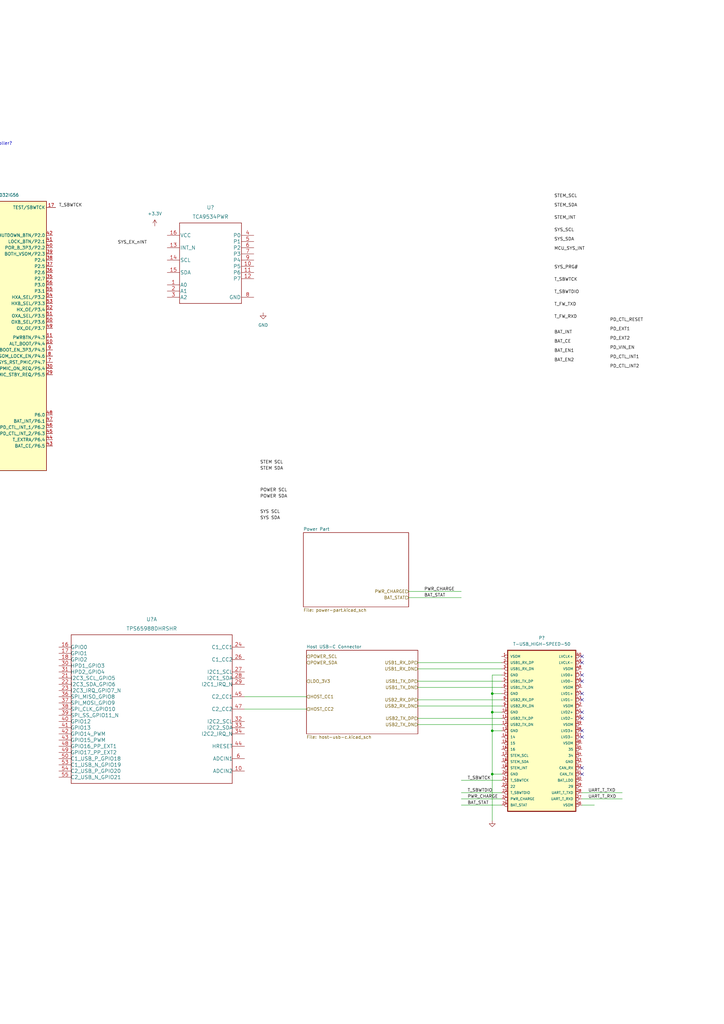
<source format=kicad_sch>
(kicad_sch (version 20211123) (generator eeschema)
  (paper "A3" portrait)
  (lib_symbols
    (symbol "Ziloo:T-USB_Expander_FR2032IG56"
      (property "Reference" "U" (at -33.02 19.05 0))
      (property "Value" "T-USB_Expander_FR2032IG56" (at -1.27 -33.02 0))
      (symbol "T-USB_Expander_FR2032IG56_0_0"
        (pin bidirectional line (at -36.83 -83.82 0) (length 2.54) (name "PD_VIN_EN/P7.5") (number "1"))
        (pin bidirectional line (at 36.83 -40.64 180) (length 2.54) (name "ALT_BOOT/P4.4") (number "10"))
        (pin bidirectional line (at 36.83 -38.1 180) (length 2.54) (name "PWRBTN/P4.3") (number "11"))
        (pin output line (at -36.83 -38.1 0) (length 2.54) (name "P4.2/XOUT") (number "12"))
        (pin input line (at -36.83 -35.56 0) (length 2.54) (name "P4.1/XIN") (number "13"))
        (pin bidirectional line (at -36.83 -81.28 0) (length 2.54) (name "PD_EXT2/P7.4") (number "2"))
        (pin bidirectional line (at -36.83 1.27 0) (length 2.54) (name "TA0.2/TDI/TCLK/A6/P1.6") (number "22"))
        (pin bidirectional line (at -36.83 -1.27 0) (length 2.54) (name "TA0CLK/TMS/A5/P1.5") (number "23"))
        (pin bidirectional line (at -36.83 -3.81 0) (length 2.54) (name "MCLK/TCK/A4/VREF+/P1.4") (number "24"))
        (pin bidirectional line (at -36.83 -6.35 0) (length 2.54) (name "UCA0STE/A3/P1.3") (number "25"))
        (pin bidirectional line (at -36.83 -8.89 0) (length 2.54) (name "UCA0CLK/A2/P1.2") (number "26"))
        (pin bidirectional line (at -36.83 -11.43 0) (length 2.54) (name "UCA0RXD/UCA0SOMI/A1/Veref+/P1.1") (number "27"))
        (pin bidirectional line (at -36.83 -13.97 0) (length 2.54) (name "UCA0TXD/UCA0SIMO/A0/Veref-/P1.0") (number "28"))
        (pin bidirectional line (at 36.83 -53.34 180) (length 2.54) (name "PMIC_STBY_REQ/P5.5") (number "29"))
        (pin bidirectional line (at -36.83 -78.74 0) (length 2.54) (name "PD_EXT1/P7.3") (number "3"))
        (pin bidirectional line (at 36.83 -50.8 180) (length 2.54) (name "PMIC_ON_REQ/P5.4") (number "30"))
        (pin bidirectional line (at -36.83 -26.67 0) (length 2.54) (name "UCB0SIMO/UCB0SCL/P5.3") (number "31"))
        (pin bidirectional line (at -36.83 -24.13 0) (length 2.54) (name "UCB0SIMO/UCB0SDA/P5.2") (number "32"))
        (pin bidirectional line (at -36.83 -21.59 0) (length 2.54) (name "UCB0CLK/P5.1") (number "33"))
        (pin bidirectional line (at -36.83 -19.05 0) (length 2.54) (name "UCB0STE/P5.0") (number "34"))
        (pin bidirectional line (at 36.83 -13.97 180) (length 2.54) (name "P2.7") (number "35"))
        (pin bidirectional line (at 36.83 -11.43 180) (length 2.54) (name "P2.6") (number "36"))
        (pin bidirectional line (at 36.83 -8.89 180) (length 2.54) (name "P2.5") (number "37"))
        (pin bidirectional line (at 36.83 -6.35 180) (length 2.54) (name "P2.4") (number "38"))
        (pin bidirectional line (at 36.83 -3.81 180) (length 2.54) (name "BOTH_VSOM/P2.3") (number "39"))
        (pin bidirectional line (at -36.83 -76.2 0) (length 2.54) (name "PD_CTL_RESET/P7.2") (number "4"))
        (pin bidirectional line (at 36.83 -1.27 180) (length 2.54) (name "POR_B_3P3/P2.2") (number "40"))
        (pin bidirectional line (at 36.83 1.27 180) (length 2.54) (name "LOCK_BTN/P2.1") (number "41"))
        (pin bidirectional line (at 36.83 3.81 180) (length 2.54) (name "SHUTDOWN_BTN/P2.0") (number "42"))
        (pin bidirectional line (at 36.83 -82.55 180) (length 2.54) (name "BAT_CE/P6.5") (number "43"))
        (pin bidirectional line (at 36.83 -80.01 180) (length 2.54) (name "T_EXTRA/P6.4") (number "44"))
        (pin bidirectional line (at 36.83 -77.47 180) (length 2.54) (name "PD_CTL_INT_2/P6.3") (number "45"))
        (pin bidirectional line (at 36.83 -74.93 180) (length 2.54) (name "PD_CTL_INT_1/P6.2") (number "46"))
        (pin bidirectional line (at 36.83 -72.39 180) (length 2.54) (name "BAT_INT/P6.1") (number "47"))
        (pin bidirectional line (at 36.83 -69.85 180) (length 2.54) (name "P6.0") (number "48"))
        (pin bidirectional line (at 36.83 -34.29 180) (length 2.54) (name "OX_OE/P3.7") (number "49"))
        (pin bidirectional line (at -36.83 -73.66 0) (length 2.54) (name "BAT_EN2/P7.1") (number "5"))
        (pin bidirectional line (at 36.83 -31.75 180) (length 2.54) (name "OXB_SEL/P3.6") (number "50"))
        (pin bidirectional line (at 36.83 -29.21 180) (length 2.54) (name "OXA_SEL/P3.5") (number "51"))
        (pin bidirectional line (at 36.83 -26.67 180) (length 2.54) (name "HX_OE/P3.4") (number "52"))
        (pin bidirectional line (at 36.83 -24.13 180) (length 2.54) (name "HXB_SEL/P3.3") (number "53"))
        (pin bidirectional line (at 36.83 -21.59 180) (length 2.54) (name "HXA_SEL/P3.2") (number "54"))
        (pin bidirectional line (at 36.83 -19.05 180) (length 2.54) (name "P3.1") (number "55"))
        (pin bidirectional line (at 36.83 -16.51 180) (length 2.54) (name "P3.0") (number "56"))
        (pin bidirectional line (at -36.83 -71.12 0) (length 2.54) (name "BAT_EN1/P7.0") (number "6"))
        (pin bidirectional line (at 36.83 -48.26 180) (length 2.54) (name "SYS_RST_PMIC/P4.7") (number "7"))
        (pin bidirectional line (at 36.83 -45.72 180) (length 2.54) (name "VSOM_LOCK_EN/P4.6") (number "8"))
        (pin bidirectional line (at 36.83 -43.18 180) (length 2.54) (name "QSPI_BOOT_EN_3P3/P4.5") (number "9"))
      )
      (symbol "T-USB_Expander_FR2032IG56_0_1"
        (rectangle (start -34.29 17.78) (end 34.29 -92.71) (stroke (width 0.254)) (fill (type background)))
      )
      (symbol "T-USB_Expander_FR2032IG56_1_1"
        (pin power_in line (at -7.62 -96.52 90) (length 3.81) (name "DVSS") (number "14"))
        (pin power_in line (at -7.62 21.59 270) (length 3.81) (name "DVCC") (number "15"))
        (pin input line (at -38.1 15.24 0) (length 3.81) (name "~{RST}/NMI/SBWTDIO") (number "16"))
        (pin input line (at 38.1 15.24 180) (length 3.81) (name "TEST/SBWTCK") (number "17"))
        (pin bidirectional line (at -38.1 -33.02 0) (length 3.81) (name "TA1.1/P4.0") (number "18"))
        (pin bidirectional line (at -38.1 -43.18 0) (length 3.81) (name "TA1.2/P8.3") (number "19"))
        (pin bidirectional line (at -38.1 -40.64 0) (length 3.81) (name "TA1CLK/P8.2") (number "20"))
        (pin bidirectional line (at -36.83 3.81 0) (length 2.54) (name "TA0.1/TDO/A7/P1.7") (number "21"))
      )
    )
    (symbol "Ziloo:T-USB_HIGH-SPEED-50" (pin_names (offset 1.016))
      (property "Reference" "P" (at -16.51 33.6804 0))
      (property "Value" "T-USB_HIGH-SPEED-50" (at -11.4554 -36.8808 0))
      (symbol "T-USB_HIGH-SPEED-50_0_0"
        (rectangle (start -13.97 -33.02) (end 13.97 33.02) (stroke (width 0.4064)) (fill (type background)))
        (pin passive inverted (at -16.51 30.48 0) (length 2.54) (name "VSOM") (number "1"))
        (pin passive inverted (at -16.51 7.62 0) (length 2.54) (name "GND") (number "10"))
        (pin passive inverted (at -16.51 5.08 0) (length 2.54) (name "USB2_TX_DP") (number "11"))
        (pin passive inverted (at -16.51 2.54 0) (length 2.54) (name "USB2_TX_DN") (number "12"))
        (pin passive inverted (at -16.51 0 0) (length 2.54) (name "GND") (number "13"))
        (pin passive inverted (at -16.51 -2.54 0) (length 2.54) (name "14") (number "14"))
        (pin passive inverted (at -16.51 -5.08 0) (length 2.54) (name "15") (number "15"))
        (pin passive inverted (at -16.51 -7.62 0) (length 2.54) (name "16") (number "16"))
        (pin passive inverted (at -16.51 -10.16 0) (length 2.54) (name "STEM_SCL") (number "17"))
        (pin passive inverted (at -16.51 -12.7 0) (length 2.54) (name "STEM_SDA") (number "18"))
        (pin passive inverted (at -16.51 -15.24 0) (length 2.54) (name "STEM_INT") (number "19"))
        (pin passive inverted (at -16.51 27.94 0) (length 2.54) (name "USB1_RX_DP") (number "2"))
        (pin passive inverted (at -16.51 -17.78 0) (length 2.54) (name "GND") (number "20"))
        (pin passive inverted (at -16.51 -20.32 0) (length 2.54) (name "T_SBWTCK") (number "21"))
        (pin passive inverted (at -16.51 -22.86 0) (length 2.54) (name "22") (number "22"))
        (pin passive inverted (at -16.51 -25.4 0) (length 2.54) (name "T_SBWTDIO") (number "23"))
        (pin passive inverted (at -16.51 -27.94 0) (length 2.54) (name "PWR_CHARGE") (number "24"))
        (pin passive inverted (at -16.51 -30.48 0) (length 2.54) (name "BAT_STAT") (number "25"))
        (pin passive inverted (at 16.51 -30.48 180) (length 2.54) (name "VSOM") (number "26"))
        (pin passive inverted (at 16.51 -27.94 180) (length 2.54) (name "UART_T_RXD") (number "27"))
        (pin passive inverted (at 16.51 -25.4 180) (length 2.54) (name "UART_T_TXD") (number "28"))
        (pin passive inverted (at 16.51 -22.86 180) (length 2.54) (name "29") (number "29"))
        (pin passive inverted (at -16.51 25.4 0) (length 2.54) (name "USB1_RX_DN") (number "3"))
        (pin passive inverted (at 16.51 -20.32 180) (length 2.54) (name "BAT_LDO") (number "30"))
        (pin passive inverted (at 16.51 -17.78 180) (length 2.54) (name "CAN_TX") (number "31"))
        (pin passive inverted (at 16.51 -15.24 180) (length 2.54) (name "CAN_RX") (number "32"))
        (pin passive inverted (at 16.51 -12.7 180) (length 2.54) (name "GND") (number "33"))
        (pin passive inverted (at 16.51 -10.16 180) (length 2.54) (name "34") (number "34"))
        (pin passive inverted (at 16.51 -7.62 180) (length 2.54) (name "35") (number "35"))
        (pin passive inverted (at 16.51 -5.08 180) (length 2.54) (name "VSOM") (number "36"))
        (pin passive inverted (at 16.51 -2.54 180) (length 2.54) (name "LVD3-") (number "37"))
        (pin passive inverted (at 16.51 0 180) (length 2.54) (name "LVD3+") (number "38"))
        (pin passive inverted (at 16.51 2.54 180) (length 2.54) (name "VSOM") (number "39"))
        (pin passive inverted (at -16.51 22.86 0) (length 2.54) (name "GND") (number "4"))
        (pin passive inverted (at 16.51 5.08 180) (length 2.54) (name "LVD2-") (number "40"))
        (pin passive inverted (at 16.51 7.62 180) (length 2.54) (name "LVD2+") (number "41"))
        (pin passive inverted (at 16.51 10.16 180) (length 2.54) (name "VSOM") (number "42"))
        (pin passive inverted (at 16.51 12.7 180) (length 2.54) (name "LVD1-") (number "43"))
        (pin passive inverted (at 16.51 15.24 180) (length 2.54) (name "LVD1+") (number "44"))
        (pin passive inverted (at 16.51 17.78 180) (length 2.54) (name "VSOM") (number "45"))
        (pin passive inverted (at 16.51 20.32 180) (length 2.54) (name "LVD0-") (number "46"))
        (pin passive inverted (at 16.51 22.86 180) (length 2.54) (name "LVD0+") (number "47"))
        (pin passive inverted (at 16.51 25.4 180) (length 2.54) (name "VSOM") (number "48"))
        (pin passive inverted (at 16.51 27.94 180) (length 2.54) (name "LVCLK-") (number "49"))
        (pin passive inverted (at -16.51 20.32 0) (length 2.54) (name "USB1_TX_DP") (number "5"))
        (pin passive inverted (at 16.51 30.48 180) (length 2.54) (name "LVCLK+") (number "50"))
        (pin passive inverted (at -16.51 17.78 0) (length 2.54) (name "USB1_TX_DN") (number "6"))
        (pin passive inverted (at -16.51 15.24 0) (length 2.54) (name "GND") (number "7"))
        (pin passive inverted (at -16.51 12.7 0) (length 2.54) (name "USB2_RX_DP") (number "8"))
        (pin passive inverted (at -16.51 10.16 0) (length 2.54) (name "USB2_RX_DN") (number "9"))
      )
    )
    (symbol "Ziloo:TCA9534PWR" (pin_names (offset 0.254))
      (property "Reference" "U?" (at 17.78 7.62 0))
      (property "Value" "TCA9534PWR" (at 17.78 -30.48 0))
      (symbol "TCA9534PWR_1_1"
        (polyline (pts (xy 5.08 -27.94) (xy 30.48 -27.94)) (stroke (width 0.2032)))
        (polyline (pts (xy 5.08 5.08) (xy 5.08 -27.94)) (stroke (width 0.2032)))
        (polyline (pts (xy 30.48 -27.94) (xy 30.48 5.08)) (stroke (width 0.2032)))
        (polyline (pts (xy 30.48 5.08) (xy 5.08 5.08)) (stroke (width 0.2032)))
        (pin input line (at 0 -20.32 0) (length 5.08) (name "A0") (number "1"))
        (pin bidirectional line (at 35.56 -12.7 180) (length 5.08) (name "P5") (number "10"))
        (pin bidirectional line (at 35.56 -15.24 180) (length 5.08) (name "P6") (number "11"))
        (pin bidirectional line (at 35.56 -17.78 180) (length 5.08) (name "P7") (number "12"))
        (pin open_collector line (at 0 -5.08 0) (length 5.08) (name "INT_N") (number "13"))
        (pin input line (at 0 -10.16 0) (length 5.08) (name "SCL") (number "14"))
        (pin bidirectional line (at 0 -15.24 0) (length 5.08) (name "SDA") (number "15"))
        (pin power_in line (at 0 0 0) (length 5.08) (name "VCC") (number "16"))
        (pin input line (at 0 -22.86 0) (length 5.08) (name "A1") (number "2"))
        (pin input line (at 0 -25.4 0) (length 5.08) (name "A2") (number "3"))
        (pin bidirectional line (at 35.56 0 180) (length 5.08) (name "P0") (number "4"))
        (pin bidirectional line (at 35.56 -2.54 180) (length 5.08) (name "P1") (number "5"))
        (pin bidirectional line (at 35.56 -5.08 180) (length 5.08) (name "P2") (number "6"))
        (pin bidirectional line (at 35.56 -7.62 180) (length 5.08) (name "P3") (number "7"))
        (pin power_in line (at 35.56 -25.4 180) (length 5.08) (name "GND") (number "8"))
        (pin bidirectional line (at 35.56 -10.16 180) (length 5.08) (name "P4") (number "9"))
      )
    )
    (symbol "Ziloo:TPS65988DHRSHR" (pin_names (offset -0.254))
      (property "Reference" "U" (at 0 2.54 0))
      (property "Value" "TPS65988DHRSHR" (at 0 0 0))
      (symbol "TPS65988DHRSHR_1_1"
        (polyline (pts (xy -33.02 -30.48) (xy 33.02 -30.48)) (stroke (width 0.2032)))
        (polyline (pts (xy -33.02 30.48) (xy -33.02 -30.48)) (stroke (width 0.2032)))
        (polyline (pts (xy 33.02 -30.48) (xy 33.02 30.48)) (stroke (width 0.2032)))
        (polyline (pts (xy 33.02 30.48) (xy -33.02 30.48)) (stroke (width 0.2032)))
        (pin input line (at 38.1 -25.4 180) (length 5.08) (name "ADCIN2") (number "10"))
        (pin bidirectional line (at -38.1 25.4 0) (length 5.08) (name "GPIO0") (number "16"))
        (pin bidirectional line (at -38.1 22.86 0) (length 5.08) (name "GPIO1") (number "17"))
        (pin bidirectional line (at -38.1 20.32 0) (length 5.08) (name "GPIO2") (number "18"))
        (pin bidirectional line (at -38.1 12.7 0) (length 5.08) (name "I2C3_SCL_GPIO5") (number "21"))
        (pin bidirectional line (at -38.1 10.16 0) (length 5.08) (name "I2C3_SDA_GPIO6") (number "22"))
        (pin bidirectional line (at -38.1 7.62 0) (length 5.08) (name "I2C3_IRQ_GPIO7_N") (number "23"))
        (pin bidirectional line (at 38.1 25.4 180) (length 5.08) (name "C1_CC1") (number "24"))
        (pin bidirectional line (at 38.1 20.32 180) (length 5.08) (name "C1_CC2") (number "26"))
        (pin bidirectional line (at 38.1 15.24 180) (length 5.08) (name "I2C1_SCL") (number "27"))
        (pin bidirectional line (at 38.1 12.7 180) (length 5.08) (name "I2C1_SDA") (number "28"))
        (pin tri_state line (at 38.1 10.16 180) (length 5.08) (name "I2C1_IRQ_N") (number "29"))
        (pin bidirectional line (at -38.1 17.78 0) (length 5.08) (name "HPD1_GPIO3") (number "30"))
        (pin bidirectional line (at -38.1 15.24 0) (length 5.08) (name "HPD2_GPIO4") (number "31"))
        (pin bidirectional line (at 38.1 -5.08 180) (length 5.08) (name "I2C2_SCL") (number "32"))
        (pin bidirectional line (at 38.1 -7.62 180) (length 5.08) (name "I2C2_SDA") (number "33"))
        (pin tri_state line (at 38.1 -10.16 180) (length 5.08) (name "I2C2_IRQ_N") (number "34"))
        (pin bidirectional line (at -38.1 5.08 0) (length 5.08) (name "SPI_MISO_GPIO8") (number "36"))
        (pin bidirectional line (at -38.1 2.54 0) (length 5.08) (name "SPI_MOSI_GPIO9") (number "37"))
        (pin bidirectional line (at -38.1 0 0) (length 5.08) (name "SPI_CLK_GPIO10") (number "38"))
        (pin bidirectional line (at -38.1 -2.54 0) (length 5.08) (name "SPI_SS_GPIO11_N") (number "39"))
        (pin bidirectional line (at -38.1 -5.08 0) (length 5.08) (name "GPIO12") (number "40"))
        (pin bidirectional line (at -38.1 -7.62 0) (length 5.08) (name "GPIO13") (number "41"))
        (pin bidirectional line (at -38.1 -10.16 0) (length 5.08) (name "GPIO14_PWM") (number "42"))
        (pin bidirectional line (at -38.1 -12.7 0) (length 5.08) (name "GPIO15_PWM") (number "43"))
        (pin input line (at 38.1 -15.24 180) (length 5.08) (name "HRESET") (number "44"))
        (pin bidirectional line (at 38.1 5.08 180) (length 5.08) (name "C2_CC1") (number "45"))
        (pin bidirectional line (at 38.1 0 180) (length 5.08) (name "C2_CC2") (number "47"))
        (pin bidirectional line (at -38.1 -15.24 0) (length 5.08) (name "GPIO16_PP_EXT1") (number "48"))
        (pin bidirectional line (at -38.1 -17.78 0) (length 5.08) (name "GPIO17_PP_EXT2") (number "49"))
        (pin bidirectional line (at -38.1 -20.32 0) (length 5.08) (name "C1_USB_P_GPIO18") (number "50"))
        (pin bidirectional line (at -38.1 -22.86 0) (length 5.08) (name "C1_USB_N_GPIO19") (number "53"))
        (pin bidirectional line (at -38.1 -25.4 0) (length 5.08) (name "C2_USB_P_GPIO20") (number "54"))
        (pin bidirectional line (at -38.1 -27.94 0) (length 5.08) (name "C2_USB_N_GPIO21") (number "55"))
        (pin input line (at 38.1 -20.32 180) (length 5.08) (name "ADCIN1") (number "6"))
      )
      (symbol "TPS65988DHRSHR_2_1"
        (polyline (pts (xy -20.32 -30.48) (xy 20.32 -30.48)) (stroke (width 0.2032)))
        (polyline (pts (xy -20.32 30.48) (xy -20.32 -30.48)) (stroke (width 0.2032)))
        (polyline (pts (xy 20.32 -30.48) (xy 20.32 30.48)) (stroke (width 0.2032)))
        (polyline (pts (xy 20.32 30.48) (xy -20.32 30.48)) (stroke (width 0.2032)))
        (pin power_in line (at -25.4 2.54 0) (length 5.08) (name "PP_HV2") (number "1"))
        (pin power_in line (at -25.4 10.16 0) (length 5.08) (name "PP_HV1") (number "11"))
        (pin power_in line (at -25.4 7.62 0) (length 5.08) (name "PP_HV1") (number "12"))
        (pin power_in line (at -25.4 25.4 0) (length 5.08) (name "VBUS1") (number "13"))
        (pin power_in line (at -25.4 22.86 0) (length 5.08) (name "VBUS1") (number "14"))
        (pin power_in line (at 25.4 2.54 180) (length 5.08) (name "DRAIN1") (number "15"))
        (pin power_in line (at 25.4 0 180) (length 5.08) (name "DRAIN1") (number "19"))
        (pin power_in line (at -25.4 0 0) (length 5.08) (name "PP_HV2") (number "2"))
        (pin power_in line (at 25.4 -20.32 180) (length 5.08) (name "GND") (number "20"))
        (pin power_in line (at 25.4 15.24 180) (length 5.08) (name "PP1_CABLE") (number "25"))
        (pin power_in line (at -25.4 17.78 0) (length 5.08) (name "VBUS2") (number "3"))
        (pin power_in line (at 25.4 25.4 180) (length 5.08) (name "LDO_1V8") (number "35"))
        (pin power_in line (at -25.4 15.24 0) (length 5.08) (name "VBUS2") (number "4"))
        (pin power_in line (at 25.4 10.16 180) (length 5.08) (name "PP2_CABLE") (number "46"))
        (pin power_in line (at -25.4 -5.08 0) (length 5.08) (name "VIN_3V3") (number "5"))
        (pin power_in line (at 25.4 -22.86 180) (length 5.08) (name "GND") (number "51"))
        (pin power_in line (at 25.4 -10.16 180) (length 5.08) (name "DRAIN2") (number "52"))
        (pin power_in line (at 25.4 -12.7 180) (length 5.08) (name "DRAIN2") (number "56"))
        (pin power_in line (at 25.4 -15.24 180) (length 5.08) (name "DRAIN2") (number "57"))
        (pin power_in line (at 25.4 -2.54 180) (length 5.08) (name "DRAIN1") (number "58"))
        (pin power_in line (at 25.4 -25.4 180) (length 5.08) (name "GND") (number "59"))
        (pin power_in line (at 25.4 -7.62 180) (length 5.08) (name "DRAIN2") (number "7"))
        (pin power_in line (at 25.4 5.08 180) (length 5.08) (name "DRAIN1") (number "8"))
        (pin power_in line (at 25.4 20.32 180) (length 5.08) (name "LDO_3V3") (number "9"))
      )
    )
    (symbol "power:+3.3V" (power) (pin_names (offset 0))
      (property "Value" "+3.3V" (at 0 3.556 0))
      (symbol "+3.3V_0_1"
        (polyline (pts (xy -0.762 1.27) (xy 0 2.54)))
        (polyline (pts (xy 0 0) (xy 0 2.54)))
        (polyline (pts (xy 0 2.54) (xy 0.762 1.27)))
      )
      (symbol "+3.3V_1_1"
        (pin power_in line (at 0 0 90) (length 0) hide (name "+3.3V") (number "1"))
      )
    )
    (symbol "power:GND" (power) (pin_names (offset 0))
      (property "Value" "GND" (at 0 -3.81 0))
      (symbol "GND_0_1"
        (polyline (pts (xy 0 0) (xy 0 -1.27) (xy 1.27 -1.27) (xy 0 -2.54) (xy -1.27 -1.27) (xy 0 -1.27)))
      )
      (symbol "GND_1_1"
        (pin power_in line (at 0 0 270) (length 0) hide (name "GND") (number "1"))
      )
    )
  )
  (junction (at 201.93 317.5))
  (junction (at 201.93 299.72))
  (junction (at 201.93 284.48))
  (junction (at 201.93 292.1))
  (no_connect (at 238.76 287.02))
  (no_connect (at 238.76 294.64))
  (no_connect (at 238.76 314.96))
  (no_connect (at 238.76 299.72))
  (no_connect (at 238.76 302.26))
  (no_connect (at 238.76 279.4))
  (no_connect (at 238.76 284.48))
  (no_connect (at 238.76 276.86))
  (no_connect (at 238.76 271.78))
  (no_connect (at 238.76 269.24))
  (no_connect (at 238.76 292.1))
  (no_connect (at 238.76 317.5))
  (wire (pts (xy 238.76 330.2) (xy 243.84 330.2)))
  (wire (pts (xy 171.45 289.56) (xy 205.74 289.56)))
  (wire (pts (xy 201.93 292.1) (xy 201.93 299.72)))
  (wire (pts (xy 201.93 276.86) (xy 201.93 284.48)))
  (wire (pts (xy 238.76 325.12) (xy 255.27 325.12)))
  (wire (pts (xy 167.64 245.11) (xy 189.23 245.11)))
  (wire (pts (xy 167.64 242.57) (xy 189.23 242.57)))
  (wire (pts (xy 171.45 274.32) (xy 205.74 274.32)))
  (wire (pts (xy 201.93 292.1) (xy 205.74 292.1)))
  (wire (pts (xy 201.93 299.72) (xy 201.93 317.5)))
  (wire (pts (xy 171.45 287.02) (xy 205.74 287.02)))
  (wire (pts (xy 189.23 330.2) (xy 205.74 330.2)))
  (wire (pts (xy 171.45 271.78) (xy 205.74 271.78)))
  (wire (pts (xy 238.76 327.66) (xy 255.27 327.66)))
  (wire (pts (xy 171.45 281.94) (xy 205.74 281.94)))
  (wire (pts (xy 189.23 327.66) (xy 205.74 327.66)))
  (wire (pts (xy 171.45 294.64) (xy 205.74 294.64)))
  (wire (pts (xy 201.93 299.72) (xy 205.74 299.72)))
  (wire (pts (xy 171.45 279.4) (xy 205.74 279.4)))
  (wire (pts (xy 100.33 290.83) (xy 125.73 290.83)))
  (wire (pts (xy 171.45 297.18) (xy 205.74 297.18)))
  (wire (pts (xy 201.93 284.48) (xy 201.93 292.1)))
  (wire (pts (xy 205.74 276.86) (xy 201.93 276.86)))
  (wire (pts (xy 189.23 320.04) (xy 205.74 320.04)))
  (wire (pts (xy 201.93 317.5) (xy 201.93 336.55)))
  (wire (pts (xy 201.93 317.5) (xy 205.74 317.5)))
  (wire (pts (xy 100.33 285.75) (xy 125.73 285.75)))
  (wire (pts (xy 189.23 325.12) (xy 205.74 325.12)))
  (wire (pts (xy 201.93 284.48) (xy 205.74 284.48)))
  (text "3.3V supplied whenever possible from PD Controller?" (at -46.99 59.69 0) (effects (font (size 1.27 1.27)) (justify left bottom)))
  (label "STEM SDA" (at 106.68 193.04 0))
  (label "BAT_STAT" (at 173.99 245.11 0))
  (label "STEM_SDA" (at -66.04 124.46 0))
  (label "PD_CTL_RESET" (at 250.19 132.08 0))
  (label "SYS_SDA" (at 227.33 99.06 0))
  (label "STEM_SCL" (at -66.04 127 0))
  (label "STEM_SDA" (at 227.33 85.09 0))
  (label "BAT_EN2" (at 227.33 148.59 0))
  (label "VSOM power" (at -67.31 109.22 0))
  (label "BAT_STAT" (at 191.77 330.2 0))
  (label "SYS SDA" (at 106.68 213.36 0))
  (label "POWER SDA" (at 106.68 204.47 0))
  (label "PWR_CHARGE" (at 191.77 327.66 0))
  (label "SYS SCL" (at 106.68 210.82 0))
  (label "Battery power" (at -67.31 106.68 0))
  (label "UART_T_TXD" (at -67.31 114.3 0))
  (label "MCU_SYS_INT" (at 227.33 102.87 0))
  (label "BAT_CE" (at 227.33 140.97 0))
  (label "UART_T_RXD" (at -67.31 111.76 0))
  (label "BAT_INT" (at 227.33 137.16 0))
  (label "SYS_SCL" (at -66.04 121.92 0))
  (label "SYS_SDA" (at -66.04 119.38 0))
  (label "STEM_SCL" (at 227.33 81.28 0))
  (label "PD_CTL_INT1" (at 250.19 147.32 0))
  (label "SYS_EX_nINT" (at 48.26 100.33 0))
  (label "PD_VIN_EN" (at 250.19 143.51 0))
  (label "POWER SCL" (at 106.68 201.93 0))
  (label "T_SBWTCK" (at 24.13 85.09 0))
  (label "UART_T_TXD" (at 241.3 325.12 0))
  (label "BAT_EN1" (at 227.33 144.78 0))
  (label "T_FW_TXD" (at 227.33 125.73 0))
  (label "STEM_INT" (at 227.33 90.17 0))
  (label "T_SBWTDIO" (at -66.04 85.09 0))
  (label "T_SBWTDIO" (at 191.77 325.12 0))
  (label "STEM SCL" (at 106.68 190.5 0))
  (label "T_FW_RXD" (at 227.33 130.81 0))
  (label "SYS_SCL" (at 227.33 95.25 0))
  (label "T_SBWTDIO" (at 227.33 120.65 0))
  (label "PWR_CHARGE" (at 173.99 242.57 0))
  (label "PD_EXT1" (at 250.19 135.89 0))
  (label "PD_CTL_INT2" (at 250.19 151.13 0))
  (label "PD_EXT2" (at 250.19 139.7 0))
  (label "T_SBWTCK" (at 227.33 115.57 0))
  (label "T_SBWTCK" (at 191.77 320.04 0))
  (label "SYS_PRG#" (at 227.33 110.49 0))
  (label "UART_T_RXD" (at 241.3 327.66 0))
  (hierarchical_label "LDO_3V3" (shape input) (at 125.73 279.4 0))
  (hierarchical_label "BAT_STAT" (shape input) (at 167.64 245.11 180))
  (hierarchical_label "USB1_RX_DP" (shape input) (at 171.45 271.78 180))
  (hierarchical_label "HOST_CC1" (shape input) (at 125.73 285.75 0))
  (hierarchical_label "USB2_RX_DP" (shape input) (at 171.45 287.02 180))
  (hierarchical_label "USB1_TX_DP" (shape input) (at 171.45 279.4 180))
  (hierarchical_label "USB2_TX_DN" (shape input) (at 171.45 297.18 180))
  (hierarchical_label "USB1_TX_DN" (shape input) (at 171.45 281.94 180))
  (hierarchical_label "POWER_SCL" (shape input) (at 125.73 269.24 0))
  (hierarchical_label "PWR_CHARGE" (shape input) (at 167.64 242.57 180))
  (hierarchical_label "USB1_RX_DN" (shape input) (at 171.45 274.32 180))
  (hierarchical_label "HOST_CC2" (shape input) (at 125.73 290.83 0))
  (hierarchical_label "POWER_SDA" (shape input) (at 125.73 271.78 0))
  (hierarchical_label "USB2_RX_DN" (shape input) (at 171.45 289.56 180))
  (hierarchical_label "USB2_TX_DP" (shape input) (at 171.45 294.64 180))
  (symbol (lib_id "Ziloo:TPS65988DHRSHR") (at 62.23 290.83 0) (unit 1)
    (property "Reference" "U?" (at 62.23 254 0) (effects (font (size 1.524 1.524))))
    (property "Value" "TPS65988DHRSHR" (at 62.23 257.81 0) (effects (font (size 1.524 1.524))))
    (property "Footprint" "RSH0056E" (effects hide))
  )
  (symbol (lib_id "power:GND") (at 107.95 128.27 0) (unit 1)
    (property "Reference" "#PWR?" (effects hide))
    (property "Value" "GND" (at 107.95 133.35 0))
  )
  (symbol (lib_id "Ziloo:T-USB_Expander_FR2032IG56") (at -15.24 100.33 0) (unit 1)
    (property "Reference" "U?" (at -20.8406 77.47 0) (effects (justify left)))
    (property "Value" "T-USB_Expander_FR2032IG56" (at -20.8406 80.01 0) (effects (justify left)))
    (property "Footprint" "Package_SO:HTSSOP-56-1EP_6.1x14mm_P0.5mm_EP3.61x6.35mm" (effects hide))
    (property "Datasheet" "https://www.ti.com/lit/ds/symlink/msp430fr2032.pdf" (effects hide))
  )
  (symbol (lib_id "Ziloo:T-USB_HIGH-SPEED-50") (at 222.25 299.72 0) (unit 1)
    (property "Reference" "P?" (at 222.25 261.62 0))
    (property "Value" "T-USB_HIGH-SPEED-50" (at 222.25 264.16 0))
    (property "Footprint" "Ziloo:HRS_DF40C-50DS-0.4V(51)" (effects hide))
    (property "MANUFACTURER" "Hirose Electric Co Ltd" (effects hide))
  )
  (symbol (lib_id "power:GND") (at -22.86 195.58 0) (unit 1)
    (property "Reference" "#PWR?" (effects hide))
    (property "Value" "GND" (at -22.86 200.66 0))
  )
  (symbol (lib_id "power:+3.3V") (at -22.86 80.01 0) (unit 1)
    (property "Reference" "#PWR?" (effects hide))
    (property "Value" "+3.3V" (at -22.86 74.93 0))
  )
  (symbol (lib_id "Ziloo:TCA9534PWR") (at 68.58 96.52 0) (unit 1)
    (property "Reference" "U?" (at 86.36 85.09 0) (effects (font (size 1.524 1.524))))
    (property "Value" "TCA9534PWR" (at 86.36 88.9 0) (effects (font (size 1.524 1.524))))
    (property "Footprint" "Ziloo:TCA9534PWR" (effects hide))
  )
  (symbol (lib_id "power:GND") (at 201.93 336.55 0) (unit 1)
    (property "Reference" "#PWR?" (effects hide))
    (property "Value" "GND" (effects hide))
  )
  (symbol (lib_id "power:+3.3V") (at 63.5 92.71 0) (unit 1)
    (property "Reference" "#PWR?" (effects hide))
    (property "Value" "+3.3V" (at 63.5 87.63 0))
  )
  (sheet (at 124.46 218.44) (size 43.18 30.48) (stroke (width 0.1524))
    (property "Sheet name" "Power Part" (at 124.46 217.7284 0) (effects (justify left bottom)))
    (property "Sheet file" "power-part.kicad_sch" (at 124.46 249.5046 0) (effects (justify left top)))
  )
  (sheet (at 125.73 266.7) (size 45.72 34.29) (stroke (width 0.1524))
    (property "Sheet name" "Host USB-C Connector" (at 125.73 265.9884 0) (effects (justify left bottom)))
    (property "Sheet file" "host-usb-c.kicad_sch" (at 125.73 301.5746 0) (effects (justify left top)))
  )
)
</source>
